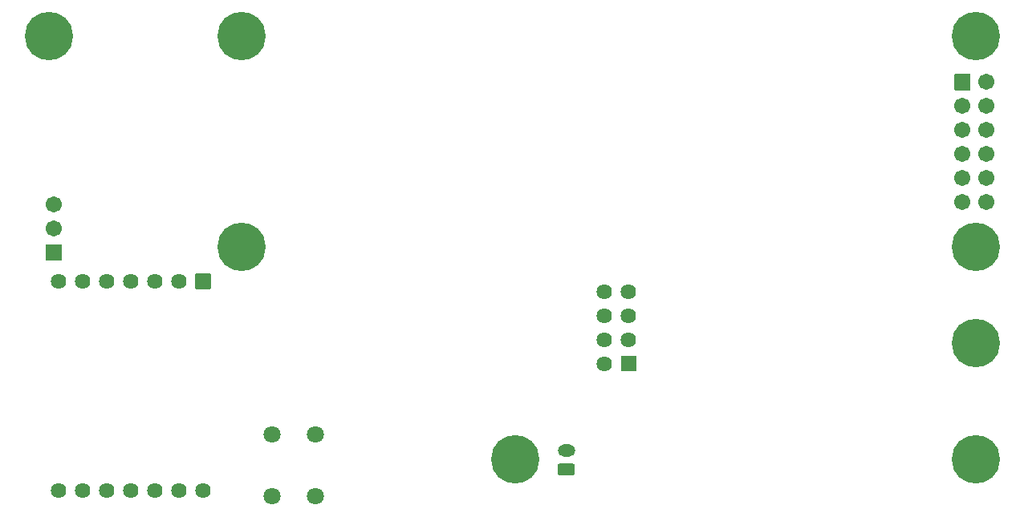
<source format=gbs>
G04 #@! TF.GenerationSoftware,KiCad,Pcbnew,5.99.0-unknown-57e35c9~88~ubuntu19.10.1*
G04 #@! TF.CreationDate,2021-10-26T01:00:47-03:00*
G04 #@! TF.ProjectId,Femtosat,46656d74-6f73-4617-942e-6b696361645f,rev?*
G04 #@! TF.SameCoordinates,Original*
G04 #@! TF.FileFunction,Soldermask,Bot*
G04 #@! TF.FilePolarity,Negative*
%FSLAX46Y46*%
G04 Gerber Fmt 4.6, Leading zero omitted, Abs format (unit mm)*
G04 Created by KiCad (PCBNEW 5.99.0-unknown-57e35c9~88~ubuntu19.10.1) date 2021-10-26 01:00:47*
%MOMM*%
%LPD*%
G01*
G04 APERTURE LIST*
%ADD10C,5.102000*%
%ADD11C,1.702000*%
%ADD12C,1.626000*%
%ADD13C,1.802000*%
%ADD14O,1.852000X1.302000*%
G04 APERTURE END LIST*
D10*
X119660000Y-77270000D03*
X70390000Y-32645000D03*
X168190000Y-77270000D03*
X168190000Y-65030000D03*
X90710000Y-32645000D03*
X90710000Y-54870000D03*
X168190000Y-32645000D03*
X168190000Y-54870000D03*
G36*
G01*
X165939000Y-38271000D02*
X165939000Y-36671000D01*
G75*
G02*
X165990000Y-36620000I51000J0D01*
G01*
X167590000Y-36620000D01*
G75*
G02*
X167641000Y-36671000I0J-51000D01*
G01*
X167641000Y-38271000D01*
G75*
G02*
X167590000Y-38322000I-51000J0D01*
G01*
X165990000Y-38322000D01*
G75*
G02*
X165939000Y-38271000I0J51000D01*
G01*
G37*
D11*
X169330000Y-37471000D03*
X166790000Y-40011000D03*
X169330000Y-40011000D03*
X166790000Y-42551000D03*
X169330000Y-42551000D03*
X166790000Y-45091000D03*
X169330000Y-45091000D03*
X166790000Y-47631000D03*
X169330000Y-47631000D03*
X166790000Y-50171000D03*
X169330000Y-50171000D03*
D12*
X86690200Y-80590000D03*
X84150200Y-80590000D03*
X81610200Y-80590000D03*
X79070200Y-80590000D03*
X76530200Y-80590000D03*
X73990200Y-80590000D03*
X71450200Y-80590000D03*
X71450200Y-58510000D03*
X73990200Y-58510000D03*
X76530200Y-58510000D03*
X79070200Y-58510000D03*
X81610200Y-58510000D03*
X84150200Y-58510000D03*
G36*
G01*
X85928200Y-57697000D02*
X87452200Y-57697000D01*
G75*
G02*
X87503200Y-57748000I0J-51000D01*
G01*
X87503200Y-59272000D01*
G75*
G02*
X87452200Y-59323000I-51000J0D01*
G01*
X85928200Y-59323000D01*
G75*
G02*
X85877200Y-59272000I0J51000D01*
G01*
X85877200Y-57748000D01*
G75*
G02*
X85928200Y-57697000I51000J0D01*
G01*
G37*
X129032000Y-59588400D03*
X131572000Y-59588400D03*
X129032000Y-62128400D03*
X131572000Y-62128400D03*
X129032000Y-64668400D03*
X131572000Y-64668400D03*
X129032000Y-67208400D03*
G36*
G01*
X132385000Y-66446400D02*
X132385000Y-67970400D01*
G75*
G02*
X132334000Y-68021400I-51000J0D01*
G01*
X130810000Y-68021400D01*
G75*
G02*
X130759000Y-67970400I0J51000D01*
G01*
X130759000Y-66446400D01*
G75*
G02*
X130810000Y-66395400I51000J0D01*
G01*
X132334000Y-66395400D01*
G75*
G02*
X132385000Y-66446400I0J-51000D01*
G01*
G37*
D11*
X70950000Y-50410000D03*
X70950000Y-52950000D03*
G36*
G01*
X71801000Y-54690000D02*
X71801000Y-56290000D01*
G75*
G02*
X71750000Y-56341000I-51000J0D01*
G01*
X70150000Y-56341000D01*
G75*
G02*
X70099000Y-56290000I0J51000D01*
G01*
X70099000Y-54690000D01*
G75*
G02*
X70150000Y-54639000I51000J0D01*
G01*
X71750000Y-54639000D01*
G75*
G02*
X71801000Y-54690000I0J-51000D01*
G01*
G37*
D13*
X94005400Y-81203800D03*
X94005400Y-74703800D03*
X98505400Y-81203800D03*
X98505400Y-74703800D03*
D14*
X125000000Y-76384400D03*
G36*
G01*
X125654752Y-79035400D02*
X124345248Y-79035400D01*
G75*
G02*
X124074000Y-78764152I0J271248D01*
G01*
X124074000Y-78004648D01*
G75*
G02*
X124345248Y-77733400I271248J0D01*
G01*
X125654752Y-77733400D01*
G75*
G02*
X125926000Y-78004648I0J-271248D01*
G01*
X125926000Y-78764152D01*
G75*
G02*
X125654752Y-79035400I-271248J0D01*
G01*
G37*
M02*

</source>
